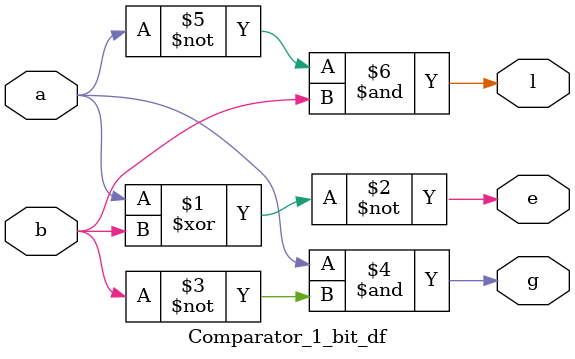
<source format=v>
`timescale 1ns / 1ps


module Comparator_1_bit_df(e,g,l,a,b);
output e,g,l;
input a,b;

assign e = ~(a^b);  // XNOR Gate
assign g = a&(~b);
assign l = (~a)&b;

endmodule

</source>
